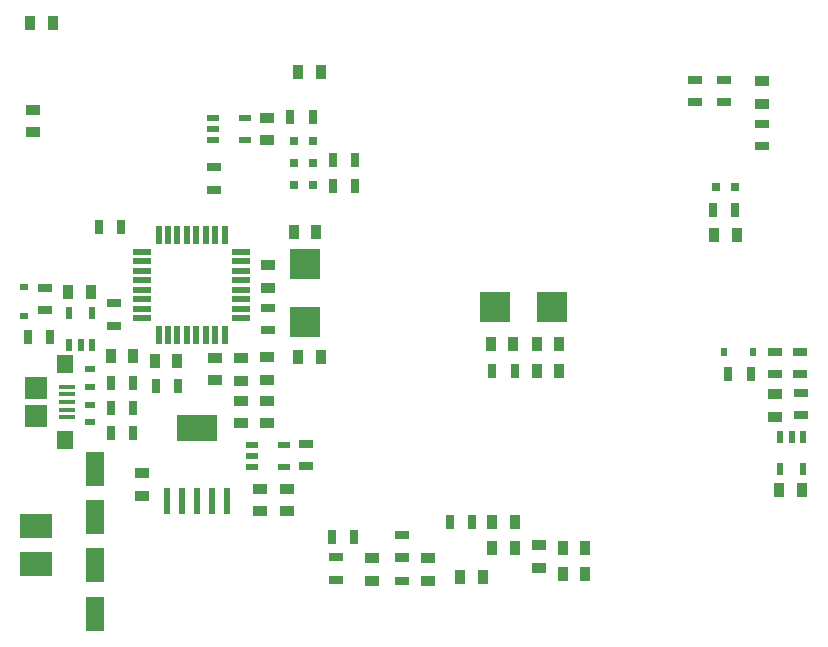
<source format=gtp>
G04 Layer_Color=8421504*
%FSLAX44Y44*%
%MOMM*%
G71*
G01*
G75*
%ADD10R,0.9000X0.6000*%
%ADD11R,2.6000X2.5000*%
%ADD12R,2.5000X2.6000*%
%ADD13R,1.0000X0.5500*%
%ADD14R,0.5500X1.0000*%
%ADD15R,3.5000X2.2000*%
%ADD16R,0.6000X2.2000*%
%ADD17R,0.5500X1.5000*%
%ADD18R,1.5000X0.5500*%
%ADD19R,0.7000X1.3000*%
%ADD20R,1.3000X0.7000*%
%ADD21R,2.7000X2.0000*%
%ADD23R,1.3000X0.9000*%
%ADD24R,0.9000X1.3000*%
%ADD25R,0.5588X0.6858*%
%ADD26R,0.6858X0.5588*%
%ADD27R,0.8000X0.8000*%
%ADD28R,1.6000X3.0000*%
%ADD29R,1.3500X0.4000*%
%ADD30R,1.4000X1.6000*%
%ADD31R,1.9000X1.9000*%
D10*
X68000Y229000D02*
D03*
Y214000D02*
D03*
Y183750D02*
D03*
Y198750D02*
D03*
D11*
X250000Y317500D02*
D03*
Y268500D02*
D03*
D12*
X459500Y281000D02*
D03*
X410500D02*
D03*
D13*
X205500Y164500D02*
D03*
Y155000D02*
D03*
Y145500D02*
D03*
X232500Y164500D02*
D03*
Y145500D02*
D03*
X172500Y441500D02*
D03*
Y432000D02*
D03*
Y422500D02*
D03*
X199500Y441500D02*
D03*
Y422500D02*
D03*
D14*
X671500Y171500D02*
D03*
X662000D02*
D03*
X652500D02*
D03*
X671500Y144500D02*
D03*
X652500D02*
D03*
X50500Y249500D02*
D03*
X60000D02*
D03*
X69500D02*
D03*
X50500Y276500D02*
D03*
X69500D02*
D03*
D15*
X158250Y179000D02*
D03*
D16*
X183650Y117000D02*
D03*
X170950D02*
D03*
X158250D02*
D03*
X145550D02*
D03*
X132850D02*
D03*
D17*
X182000Y258000D02*
D03*
X174000D02*
D03*
X166000D02*
D03*
X158000D02*
D03*
X150000D02*
D03*
X142000D02*
D03*
X134000D02*
D03*
X126000D02*
D03*
Y342000D02*
D03*
X134000D02*
D03*
X142000D02*
D03*
X150000D02*
D03*
X158000D02*
D03*
X166000D02*
D03*
X174000D02*
D03*
X182000D02*
D03*
D18*
X112000Y272000D02*
D03*
Y280000D02*
D03*
Y288000D02*
D03*
Y296000D02*
D03*
Y304000D02*
D03*
Y312000D02*
D03*
Y320000D02*
D03*
Y328000D02*
D03*
X196000D02*
D03*
Y320000D02*
D03*
Y312000D02*
D03*
Y304000D02*
D03*
Y296000D02*
D03*
Y288000D02*
D03*
Y280000D02*
D03*
Y272000D02*
D03*
D19*
X34500Y256000D02*
D03*
X15500D02*
D03*
X272500Y87000D02*
D03*
X291500D02*
D03*
X427500Y227000D02*
D03*
X408500D02*
D03*
X595500Y363500D02*
D03*
X614500D02*
D03*
X237500Y442000D02*
D03*
X256500D02*
D03*
X627500Y225000D02*
D03*
X608500D02*
D03*
X372500Y99000D02*
D03*
X391500D02*
D03*
X104500Y174750D02*
D03*
X85500D02*
D03*
X104500Y195750D02*
D03*
X85500D02*
D03*
X104500Y216750D02*
D03*
X85500D02*
D03*
X75500Y349000D02*
D03*
X94500D02*
D03*
X142500Y214500D02*
D03*
X123500D02*
D03*
X292500Y384000D02*
D03*
X273500D02*
D03*
X292500Y406000D02*
D03*
X273500D02*
D03*
D20*
X648000Y224500D02*
D03*
Y243500D02*
D03*
X251000Y146500D02*
D03*
Y165500D02*
D03*
X30000Y297500D02*
D03*
Y278500D02*
D03*
X276000Y50500D02*
D03*
Y69500D02*
D03*
X669000Y224500D02*
D03*
Y243500D02*
D03*
X669750Y208750D02*
D03*
Y189750D02*
D03*
X332000Y49500D02*
D03*
Y68500D02*
D03*
Y69500D02*
D03*
Y88500D02*
D03*
X637000Y436500D02*
D03*
Y417500D02*
D03*
X605000Y473500D02*
D03*
Y454500D02*
D03*
X580000Y473500D02*
D03*
Y454500D02*
D03*
X219000Y280500D02*
D03*
Y261500D02*
D03*
X88000Y265500D02*
D03*
Y284500D02*
D03*
X173000Y399500D02*
D03*
Y380500D02*
D03*
D21*
X22000Y64000D02*
D03*
Y96000D02*
D03*
D23*
X447750Y60500D02*
D03*
Y79500D02*
D03*
X196000Y183000D02*
D03*
Y202000D02*
D03*
X648000Y188500D02*
D03*
Y207500D02*
D03*
X235000Y127500D02*
D03*
Y108500D02*
D03*
X218000Y201750D02*
D03*
Y182750D02*
D03*
Y422500D02*
D03*
Y441500D02*
D03*
X212000Y127500D02*
D03*
Y108500D02*
D03*
X112000Y140500D02*
D03*
Y121500D02*
D03*
X354000Y68500D02*
D03*
Y49500D02*
D03*
X307000Y68500D02*
D03*
Y49500D02*
D03*
X637000Y472500D02*
D03*
Y453500D02*
D03*
X20000Y429500D02*
D03*
Y448500D02*
D03*
X173750Y219500D02*
D03*
Y238500D02*
D03*
X219000Y316500D02*
D03*
Y297500D02*
D03*
X218250Y238750D02*
D03*
Y219750D02*
D03*
X196250Y219000D02*
D03*
Y238000D02*
D03*
D24*
X468250Y55000D02*
D03*
X487250D02*
D03*
X104500Y240000D02*
D03*
X85500D02*
D03*
X68500Y294000D02*
D03*
X49500D02*
D03*
X670500Y126000D02*
D03*
X651500D02*
D03*
X407500Y249750D02*
D03*
X426500D02*
D03*
X465250Y250250D02*
D03*
X446250D02*
D03*
X408500Y99000D02*
D03*
X427500D02*
D03*
X408500Y77000D02*
D03*
X427500D02*
D03*
X263500Y480000D02*
D03*
X244500D02*
D03*
X446500Y227000D02*
D03*
X465500D02*
D03*
X468250Y77250D02*
D03*
X487250D02*
D03*
X36500Y522000D02*
D03*
X17500D02*
D03*
X615500Y342000D02*
D03*
X596500D02*
D03*
X381500Y53000D02*
D03*
X400500D02*
D03*
X263500Y239000D02*
D03*
X244500D02*
D03*
X259500Y345000D02*
D03*
X240500D02*
D03*
X141750Y235250D02*
D03*
X122750D02*
D03*
D25*
X629192Y243500D02*
D03*
X604808D02*
D03*
D26*
X12000Y273808D02*
D03*
Y298192D02*
D03*
D27*
X241000Y385000D02*
D03*
X257000D02*
D03*
X241000Y403000D02*
D03*
X257000D02*
D03*
X241000Y422000D02*
D03*
X257000D02*
D03*
X598000Y382750D02*
D03*
X614000D02*
D03*
D28*
X72000Y21500D02*
D03*
Y62500D02*
D03*
Y103500D02*
D03*
Y144500D02*
D03*
D29*
X48745Y188000D02*
D03*
Y194500D02*
D03*
Y201000D02*
D03*
Y207500D02*
D03*
Y214000D02*
D03*
D30*
X46495Y232750D02*
D03*
Y169000D02*
D03*
D31*
X21995Y213000D02*
D03*
Y189000D02*
D03*
M02*

</source>
